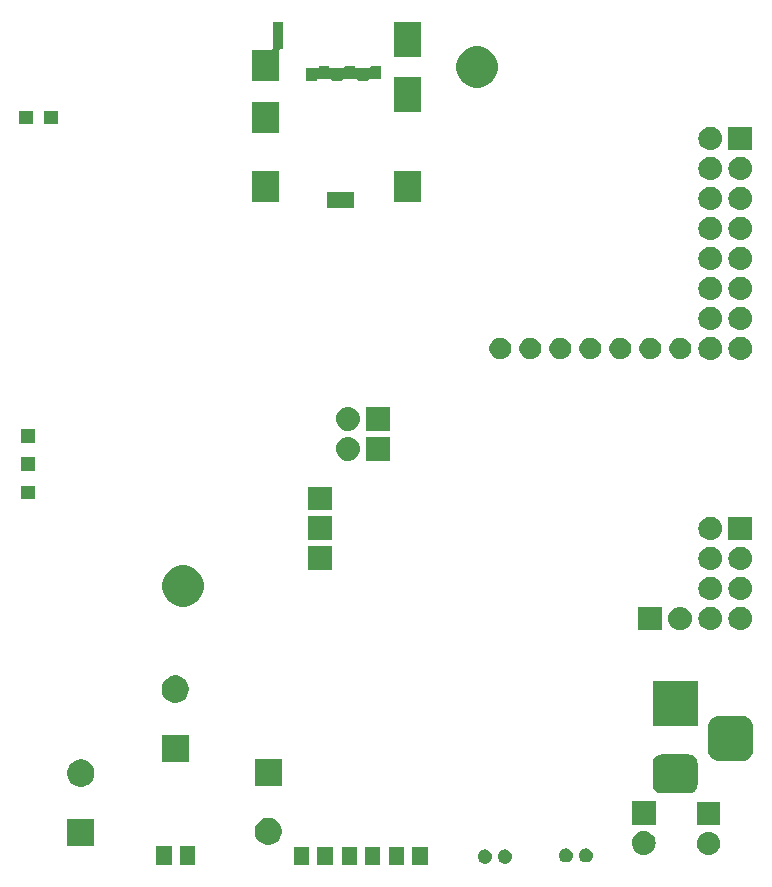
<source format=gbr>
G04 #@! TF.GenerationSoftware,KiCad,Pcbnew,5.0.2+dfsg1-1~bpo9+1*
G04 #@! TF.CreationDate,2019-03-13T07:25:58+01:00*
G04 #@! TF.ProjectId,sensenet_particlemeter,73656e73-656e-4657-945f-706172746963,1.0*
G04 #@! TF.SameCoordinates,Original*
G04 #@! TF.FileFunction,Soldermask,Bot*
G04 #@! TF.FilePolarity,Negative*
%FSLAX46Y46*%
G04 Gerber Fmt 4.6, Leading zero omitted, Abs format (unit mm)*
G04 Created by KiCad (PCBNEW 5.0.2+dfsg1-1~bpo9+1) date Wed 13 Mar 2019 07:25:58 AM CET*
%MOMM*%
%LPD*%
G01*
G04 APERTURE LIST*
%ADD10C,0.100000*%
G04 APERTURE END LIST*
D10*
G36*
X167192720Y-126007160D02*
X165892720Y-126007160D01*
X165892720Y-124457160D01*
X167192720Y-124457160D01*
X167192720Y-126007160D01*
X167192720Y-126007160D01*
G37*
G36*
X165192720Y-126007160D02*
X163892720Y-126007160D01*
X163892720Y-124457160D01*
X165192720Y-124457160D01*
X165192720Y-126007160D01*
X165192720Y-126007160D01*
G37*
G36*
X159166320Y-125981760D02*
X157866320Y-125981760D01*
X157866320Y-124431760D01*
X159166320Y-124431760D01*
X159166320Y-125981760D01*
X159166320Y-125981760D01*
G37*
G36*
X157166320Y-125981760D02*
X155866320Y-125981760D01*
X155866320Y-124431760D01*
X157166320Y-124431760D01*
X157166320Y-125981760D01*
X157166320Y-125981760D01*
G37*
G36*
X161204920Y-125981760D02*
X159904920Y-125981760D01*
X159904920Y-124431760D01*
X161204920Y-124431760D01*
X161204920Y-125981760D01*
X161204920Y-125981760D01*
G37*
G36*
X163204920Y-125981760D02*
X161904920Y-125981760D01*
X161904920Y-124431760D01*
X163204920Y-124431760D01*
X163204920Y-125981760D01*
X163204920Y-125981760D01*
G37*
G36*
X145517120Y-125956360D02*
X144217120Y-125956360D01*
X144217120Y-124406360D01*
X145517120Y-124406360D01*
X145517120Y-125956360D01*
X145517120Y-125956360D01*
G37*
G36*
X147517120Y-125956360D02*
X146217120Y-125956360D01*
X146217120Y-124406360D01*
X147517120Y-124406360D01*
X147517120Y-125956360D01*
X147517120Y-125956360D01*
G37*
G36*
X172216932Y-124680617D02*
X172326127Y-124725847D01*
X172424401Y-124791512D01*
X172507968Y-124875079D01*
X172573633Y-124973353D01*
X172618863Y-125082548D01*
X172641920Y-125198464D01*
X172641920Y-125316656D01*
X172618863Y-125432572D01*
X172573633Y-125541767D01*
X172507968Y-125640041D01*
X172424401Y-125723608D01*
X172326127Y-125789273D01*
X172216932Y-125834503D01*
X172101016Y-125857560D01*
X171982824Y-125857560D01*
X171866908Y-125834503D01*
X171757713Y-125789273D01*
X171659439Y-125723608D01*
X171575872Y-125640041D01*
X171510207Y-125541767D01*
X171464977Y-125432572D01*
X171441920Y-125316656D01*
X171441920Y-125198464D01*
X171464977Y-125082548D01*
X171510207Y-124973353D01*
X171575872Y-124875079D01*
X171659439Y-124791512D01*
X171757713Y-124725847D01*
X171866908Y-124680617D01*
X171982824Y-124657560D01*
X172101016Y-124657560D01*
X172216932Y-124680617D01*
X172216932Y-124680617D01*
G37*
G36*
X173916932Y-124680617D02*
X174026127Y-124725847D01*
X174124401Y-124791512D01*
X174207968Y-124875079D01*
X174273633Y-124973353D01*
X174318863Y-125082548D01*
X174341920Y-125198464D01*
X174341920Y-125316656D01*
X174318863Y-125432572D01*
X174273633Y-125541767D01*
X174207968Y-125640041D01*
X174124401Y-125723608D01*
X174026127Y-125789273D01*
X173916932Y-125834503D01*
X173801016Y-125857560D01*
X173682824Y-125857560D01*
X173566908Y-125834503D01*
X173457713Y-125789273D01*
X173359439Y-125723608D01*
X173275872Y-125640041D01*
X173210207Y-125541767D01*
X173164977Y-125432572D01*
X173141920Y-125316656D01*
X173141920Y-125198464D01*
X173164977Y-125082548D01*
X173210207Y-124973353D01*
X173275872Y-124875079D01*
X173359439Y-124791512D01*
X173457713Y-124725847D01*
X173566908Y-124680617D01*
X173682824Y-124657560D01*
X173801016Y-124657560D01*
X173916932Y-124680617D01*
X173916932Y-124680617D01*
G37*
G36*
X180774932Y-124588417D02*
X180884127Y-124633647D01*
X180982401Y-124699312D01*
X181065968Y-124782879D01*
X181131633Y-124881153D01*
X181176863Y-124990348D01*
X181199920Y-125106264D01*
X181199920Y-125224456D01*
X181176863Y-125340372D01*
X181131633Y-125449567D01*
X181065968Y-125547841D01*
X180982401Y-125631408D01*
X180884127Y-125697073D01*
X180774932Y-125742303D01*
X180659016Y-125765360D01*
X180540824Y-125765360D01*
X180424908Y-125742303D01*
X180315713Y-125697073D01*
X180217439Y-125631408D01*
X180133872Y-125547841D01*
X180068207Y-125449567D01*
X180022977Y-125340372D01*
X179999920Y-125224456D01*
X179999920Y-125106264D01*
X180022977Y-124990348D01*
X180068207Y-124881153D01*
X180133872Y-124782879D01*
X180217439Y-124699312D01*
X180315713Y-124633647D01*
X180424908Y-124588417D01*
X180540824Y-124565360D01*
X180659016Y-124565360D01*
X180774932Y-124588417D01*
X180774932Y-124588417D01*
G37*
G36*
X179074932Y-124588417D02*
X179184127Y-124633647D01*
X179282401Y-124699312D01*
X179365968Y-124782879D01*
X179431633Y-124881153D01*
X179476863Y-124990348D01*
X179499920Y-125106264D01*
X179499920Y-125224456D01*
X179476863Y-125340372D01*
X179431633Y-125449567D01*
X179365968Y-125547841D01*
X179282401Y-125631408D01*
X179184127Y-125697073D01*
X179074932Y-125742303D01*
X178959016Y-125765360D01*
X178840824Y-125765360D01*
X178724908Y-125742303D01*
X178615713Y-125697073D01*
X178517439Y-125631408D01*
X178433872Y-125547841D01*
X178368207Y-125449567D01*
X178322977Y-125340372D01*
X178299920Y-125224456D01*
X178299920Y-125106264D01*
X178322977Y-124990348D01*
X178368207Y-124881153D01*
X178433872Y-124782879D01*
X178517439Y-124699312D01*
X178615713Y-124633647D01*
X178724908Y-124588417D01*
X178840824Y-124565360D01*
X178959016Y-124565360D01*
X179074932Y-124588417D01*
X179074932Y-124588417D01*
G37*
G36*
X191173550Y-123179829D02*
X191173553Y-123179830D01*
X191173554Y-123179830D01*
X191362055Y-123237011D01*
X191362057Y-123237012D01*
X191535780Y-123329869D01*
X191688048Y-123454832D01*
X191813011Y-123607100D01*
X191905868Y-123780823D01*
X191963051Y-123969330D01*
X191982358Y-124165360D01*
X191963051Y-124361390D01*
X191963050Y-124361393D01*
X191963050Y-124361394D01*
X191934000Y-124457160D01*
X191905868Y-124549897D01*
X191813011Y-124723620D01*
X191688048Y-124875888D01*
X191535780Y-125000851D01*
X191382936Y-125082548D01*
X191362055Y-125093709D01*
X191173554Y-125150890D01*
X191173553Y-125150890D01*
X191173550Y-125150891D01*
X191026644Y-125165360D01*
X190928396Y-125165360D01*
X190781490Y-125150891D01*
X190781487Y-125150890D01*
X190781486Y-125150890D01*
X190592985Y-125093709D01*
X190572104Y-125082548D01*
X190419260Y-125000851D01*
X190266992Y-124875888D01*
X190142029Y-124723620D01*
X190049172Y-124549897D01*
X190021041Y-124457160D01*
X189991990Y-124361394D01*
X189991990Y-124361393D01*
X189991989Y-124361390D01*
X189972682Y-124165360D01*
X189991989Y-123969330D01*
X190049172Y-123780823D01*
X190142029Y-123607100D01*
X190266992Y-123454832D01*
X190419260Y-123329869D01*
X190592983Y-123237012D01*
X190592985Y-123237011D01*
X190781486Y-123179830D01*
X190781487Y-123179830D01*
X190781490Y-123179829D01*
X190928396Y-123165360D01*
X191026644Y-123165360D01*
X191173550Y-123179829D01*
X191173550Y-123179829D01*
G37*
G36*
X185687150Y-123129029D02*
X185687153Y-123129030D01*
X185687154Y-123129030D01*
X185875655Y-123186211D01*
X185875657Y-123186212D01*
X186049380Y-123279069D01*
X186201648Y-123404032D01*
X186326611Y-123556300D01*
X186419468Y-123730023D01*
X186476651Y-123918530D01*
X186495958Y-124114560D01*
X186476651Y-124310590D01*
X186476650Y-124310593D01*
X186476650Y-124310594D01*
X186432190Y-124457160D01*
X186419468Y-124499097D01*
X186326611Y-124672820D01*
X186201648Y-124825088D01*
X186049380Y-124950051D01*
X186049378Y-124950052D01*
X185875655Y-125042909D01*
X185687154Y-125100090D01*
X185687153Y-125100090D01*
X185687150Y-125100091D01*
X185540244Y-125114560D01*
X185441996Y-125114560D01*
X185295090Y-125100091D01*
X185295087Y-125100090D01*
X185295086Y-125100090D01*
X185106585Y-125042909D01*
X184932862Y-124950052D01*
X184932860Y-124950051D01*
X184780592Y-124825088D01*
X184655629Y-124672820D01*
X184562772Y-124499097D01*
X184550051Y-124457160D01*
X184505590Y-124310594D01*
X184505590Y-124310593D01*
X184505589Y-124310590D01*
X184486282Y-124114560D01*
X184505589Y-123918530D01*
X184562772Y-123730023D01*
X184655629Y-123556300D01*
X184780592Y-123404032D01*
X184932860Y-123279069D01*
X185106583Y-123186212D01*
X185106585Y-123186211D01*
X185295086Y-123129030D01*
X185295087Y-123129030D01*
X185295090Y-123129029D01*
X185441996Y-123114560D01*
X185540244Y-123114560D01*
X185687150Y-123129029D01*
X185687150Y-123129029D01*
G37*
G36*
X138990720Y-124350160D02*
X136690720Y-124350160D01*
X136690720Y-122050160D01*
X138990720Y-122050160D01*
X138990720Y-124350160D01*
X138990720Y-124350160D01*
G37*
G36*
X154051163Y-122014354D02*
X154260448Y-122101043D01*
X154448805Y-122226899D01*
X154608981Y-122387075D01*
X154734837Y-122575432D01*
X154821526Y-122784717D01*
X154865720Y-123006894D01*
X154865720Y-123233426D01*
X154821526Y-123455603D01*
X154734837Y-123664888D01*
X154608981Y-123853245D01*
X154448805Y-124013421D01*
X154260448Y-124139277D01*
X154051163Y-124225966D01*
X153828986Y-124270160D01*
X153602454Y-124270160D01*
X153380277Y-124225966D01*
X153170992Y-124139277D01*
X152982635Y-124013421D01*
X152822459Y-123853245D01*
X152696603Y-123664888D01*
X152609914Y-123455603D01*
X152565720Y-123233426D01*
X152565720Y-123006894D01*
X152609914Y-122784717D01*
X152696603Y-122575432D01*
X152822459Y-122387075D01*
X152982635Y-122226899D01*
X153170992Y-122101043D01*
X153380277Y-122014354D01*
X153602454Y-121970160D01*
X153828986Y-121970160D01*
X154051163Y-122014354D01*
X154051163Y-122014354D01*
G37*
G36*
X191977520Y-122625360D02*
X189977520Y-122625360D01*
X189977520Y-120625360D01*
X191977520Y-120625360D01*
X191977520Y-122625360D01*
X191977520Y-122625360D01*
G37*
G36*
X186491120Y-122574560D02*
X184491120Y-122574560D01*
X184491120Y-120574560D01*
X186491120Y-120574560D01*
X186491120Y-122574560D01*
X186491120Y-122574560D01*
G37*
G36*
X189443255Y-116640604D02*
X189586187Y-116683962D01*
X189717908Y-116754368D01*
X189833361Y-116849119D01*
X189928112Y-116964572D01*
X189998518Y-117096293D01*
X190041876Y-117239225D01*
X190057120Y-117394000D01*
X190057120Y-119156720D01*
X190041876Y-119311495D01*
X189998518Y-119454427D01*
X189928112Y-119586148D01*
X189833361Y-119701601D01*
X189717908Y-119796352D01*
X189586187Y-119866758D01*
X189443255Y-119910116D01*
X189288480Y-119925360D01*
X187025760Y-119925360D01*
X186870985Y-119910116D01*
X186728053Y-119866758D01*
X186596332Y-119796352D01*
X186480879Y-119701601D01*
X186386128Y-119586148D01*
X186315722Y-119454427D01*
X186272364Y-119311495D01*
X186257120Y-119156720D01*
X186257120Y-117394000D01*
X186272364Y-117239225D01*
X186315722Y-117096293D01*
X186386128Y-116964572D01*
X186480879Y-116849119D01*
X186596332Y-116754368D01*
X186728053Y-116683962D01*
X186870985Y-116640604D01*
X187025760Y-116625360D01*
X189288480Y-116625360D01*
X189443255Y-116640604D01*
X189443255Y-116640604D01*
G37*
G36*
X138176163Y-117094354D02*
X138385448Y-117181043D01*
X138573805Y-117306899D01*
X138733981Y-117467075D01*
X138859837Y-117655432D01*
X138946526Y-117864717D01*
X138990720Y-118086894D01*
X138990720Y-118313426D01*
X138946526Y-118535603D01*
X138859837Y-118744888D01*
X138733981Y-118933245D01*
X138573805Y-119093421D01*
X138385448Y-119219277D01*
X138176163Y-119305966D01*
X137953986Y-119350160D01*
X137727454Y-119350160D01*
X137505277Y-119305966D01*
X137295992Y-119219277D01*
X137107635Y-119093421D01*
X136947459Y-118933245D01*
X136821603Y-118744888D01*
X136734914Y-118535603D01*
X136690720Y-118313426D01*
X136690720Y-118086894D01*
X136734914Y-117864717D01*
X136821603Y-117655432D01*
X136947459Y-117467075D01*
X137107635Y-117306899D01*
X137295992Y-117181043D01*
X137505277Y-117094354D01*
X137727454Y-117050160D01*
X137953986Y-117050160D01*
X138176163Y-117094354D01*
X138176163Y-117094354D01*
G37*
G36*
X154865720Y-119270160D02*
X152565720Y-119270160D01*
X152565720Y-116970160D01*
X154865720Y-116970160D01*
X154865720Y-119270160D01*
X154865720Y-119270160D01*
G37*
G36*
X146991720Y-117238160D02*
X144691720Y-117238160D01*
X144691720Y-114938160D01*
X146991720Y-114938160D01*
X146991720Y-117238160D01*
X146991720Y-117238160D01*
G37*
G36*
X194042641Y-113393006D02*
X194209022Y-113443477D01*
X194362355Y-113525435D01*
X194496750Y-113635730D01*
X194607045Y-113770125D01*
X194689003Y-113923458D01*
X194739474Y-114089839D01*
X194757120Y-114269000D01*
X194757120Y-116281720D01*
X194739474Y-116460881D01*
X194689003Y-116627262D01*
X194607045Y-116780595D01*
X194496750Y-116914990D01*
X194362355Y-117025285D01*
X194209022Y-117107243D01*
X194042641Y-117157714D01*
X193863480Y-117175360D01*
X191850760Y-117175360D01*
X191671599Y-117157714D01*
X191505218Y-117107243D01*
X191351885Y-117025285D01*
X191217490Y-116914990D01*
X191107195Y-116780595D01*
X191025237Y-116627262D01*
X190974766Y-116460881D01*
X190957120Y-116281720D01*
X190957120Y-114269000D01*
X190974766Y-114089839D01*
X191025237Y-113923458D01*
X191107195Y-113770125D01*
X191217490Y-113635730D01*
X191351885Y-113525435D01*
X191505218Y-113443477D01*
X191671599Y-113393006D01*
X191850760Y-113375360D01*
X193863480Y-113375360D01*
X194042641Y-113393006D01*
X194042641Y-113393006D01*
G37*
G36*
X190057120Y-114175360D02*
X186257120Y-114175360D01*
X186257120Y-110375360D01*
X190057120Y-110375360D01*
X190057120Y-114175360D01*
X190057120Y-114175360D01*
G37*
G36*
X146177163Y-109982354D02*
X146386448Y-110069043D01*
X146574805Y-110194899D01*
X146734981Y-110355075D01*
X146860837Y-110543432D01*
X146947526Y-110752717D01*
X146991720Y-110974894D01*
X146991720Y-111201426D01*
X146947526Y-111423603D01*
X146860837Y-111632888D01*
X146734981Y-111821245D01*
X146574805Y-111981421D01*
X146386448Y-112107277D01*
X146177163Y-112193966D01*
X145954986Y-112238160D01*
X145728454Y-112238160D01*
X145506277Y-112193966D01*
X145296992Y-112107277D01*
X145108635Y-111981421D01*
X144948459Y-111821245D01*
X144822603Y-111632888D01*
X144735914Y-111423603D01*
X144691720Y-111201426D01*
X144691720Y-110974894D01*
X144735914Y-110752717D01*
X144822603Y-110543432D01*
X144948459Y-110355075D01*
X145108635Y-110194899D01*
X145296992Y-110069043D01*
X145506277Y-109982354D01*
X145728454Y-109938160D01*
X145954986Y-109938160D01*
X146177163Y-109982354D01*
X146177163Y-109982354D01*
G37*
G36*
X187024520Y-106115360D02*
X185024520Y-106115360D01*
X185024520Y-104115360D01*
X187024520Y-104115360D01*
X187024520Y-106115360D01*
X187024520Y-106115360D01*
G37*
G36*
X188760550Y-104129829D02*
X188760553Y-104129830D01*
X188760554Y-104129830D01*
X188949055Y-104187011D01*
X188949057Y-104187012D01*
X189122780Y-104279869D01*
X189275048Y-104404832D01*
X189400011Y-104557100D01*
X189400012Y-104557102D01*
X189492869Y-104730825D01*
X189550050Y-104919326D01*
X189550051Y-104919330D01*
X189569358Y-105115360D01*
X189550051Y-105311390D01*
X189492868Y-105499897D01*
X189400011Y-105673620D01*
X189275048Y-105825888D01*
X189122780Y-105950851D01*
X189122778Y-105950852D01*
X188949055Y-106043709D01*
X188760554Y-106100890D01*
X188760553Y-106100890D01*
X188760550Y-106100891D01*
X188613644Y-106115360D01*
X188515396Y-106115360D01*
X188368490Y-106100891D01*
X188368487Y-106100890D01*
X188368486Y-106100890D01*
X188179985Y-106043709D01*
X188006262Y-105950852D01*
X188006260Y-105950851D01*
X187853992Y-105825888D01*
X187729029Y-105673620D01*
X187636172Y-105499897D01*
X187578989Y-105311390D01*
X187559682Y-105115360D01*
X187578989Y-104919330D01*
X187578990Y-104919326D01*
X187636171Y-104730825D01*
X187729028Y-104557102D01*
X187729029Y-104557100D01*
X187853992Y-104404832D01*
X188006260Y-104279869D01*
X188179983Y-104187012D01*
X188179985Y-104187011D01*
X188368486Y-104129830D01*
X188368487Y-104129830D01*
X188368490Y-104129829D01*
X188515396Y-104115360D01*
X188613644Y-104115360D01*
X188760550Y-104129829D01*
X188760550Y-104129829D01*
G37*
G36*
X193853250Y-104117129D02*
X193853253Y-104117130D01*
X193853254Y-104117130D01*
X194041755Y-104174311D01*
X194041757Y-104174312D01*
X194215480Y-104267169D01*
X194367748Y-104392132D01*
X194492711Y-104544400D01*
X194585568Y-104718123D01*
X194642751Y-104906630D01*
X194662058Y-105102660D01*
X194642751Y-105298690D01*
X194642750Y-105298693D01*
X194642750Y-105298694D01*
X194638898Y-105311394D01*
X194585568Y-105487197D01*
X194492711Y-105660920D01*
X194367748Y-105813188D01*
X194215480Y-105938151D01*
X194215478Y-105938152D01*
X194041755Y-106031009D01*
X193853254Y-106088190D01*
X193853253Y-106088190D01*
X193853250Y-106088191D01*
X193706344Y-106102660D01*
X193608096Y-106102660D01*
X193461190Y-106088191D01*
X193461187Y-106088190D01*
X193461186Y-106088190D01*
X193272685Y-106031009D01*
X193098962Y-105938152D01*
X193098960Y-105938151D01*
X192946692Y-105813188D01*
X192821729Y-105660920D01*
X192728872Y-105487197D01*
X192675543Y-105311394D01*
X192671690Y-105298694D01*
X192671690Y-105298693D01*
X192671689Y-105298690D01*
X192652382Y-105102660D01*
X192671689Y-104906630D01*
X192728872Y-104718123D01*
X192821729Y-104544400D01*
X192946692Y-104392132D01*
X193098960Y-104267169D01*
X193272683Y-104174312D01*
X193272685Y-104174311D01*
X193461186Y-104117130D01*
X193461187Y-104117130D01*
X193461190Y-104117129D01*
X193608096Y-104102660D01*
X193706344Y-104102660D01*
X193853250Y-104117129D01*
X193853250Y-104117129D01*
G37*
G36*
X191313250Y-104117129D02*
X191313253Y-104117130D01*
X191313254Y-104117130D01*
X191501755Y-104174311D01*
X191501757Y-104174312D01*
X191675480Y-104267169D01*
X191827748Y-104392132D01*
X191952711Y-104544400D01*
X192045568Y-104718123D01*
X192102751Y-104906630D01*
X192122058Y-105102660D01*
X192102751Y-105298690D01*
X192102750Y-105298693D01*
X192102750Y-105298694D01*
X192098898Y-105311394D01*
X192045568Y-105487197D01*
X191952711Y-105660920D01*
X191827748Y-105813188D01*
X191675480Y-105938151D01*
X191675478Y-105938152D01*
X191501755Y-106031009D01*
X191313254Y-106088190D01*
X191313253Y-106088190D01*
X191313250Y-106088191D01*
X191166344Y-106102660D01*
X191068096Y-106102660D01*
X190921190Y-106088191D01*
X190921187Y-106088190D01*
X190921186Y-106088190D01*
X190732685Y-106031009D01*
X190558962Y-105938152D01*
X190558960Y-105938151D01*
X190406692Y-105813188D01*
X190281729Y-105660920D01*
X190188872Y-105487197D01*
X190135543Y-105311394D01*
X190131690Y-105298694D01*
X190131690Y-105298693D01*
X190131689Y-105298690D01*
X190112382Y-105102660D01*
X190131689Y-104906630D01*
X190188872Y-104718123D01*
X190281729Y-104544400D01*
X190406692Y-104392132D01*
X190558960Y-104267169D01*
X190732683Y-104174312D01*
X190732685Y-104174311D01*
X190921186Y-104117130D01*
X190921187Y-104117130D01*
X190921190Y-104117129D01*
X191068096Y-104102660D01*
X191166344Y-104102660D01*
X191313250Y-104117129D01*
X191313250Y-104117129D01*
G37*
G36*
X146987176Y-100689411D02*
X147305656Y-100821330D01*
X147592280Y-101012846D01*
X147836034Y-101256600D01*
X148027550Y-101543224D01*
X148159469Y-101861704D01*
X148226720Y-102199800D01*
X148226720Y-102544520D01*
X148159469Y-102882616D01*
X148027550Y-103201096D01*
X147836034Y-103487720D01*
X147592280Y-103731474D01*
X147305656Y-103922990D01*
X146987176Y-104054909D01*
X146649080Y-104122160D01*
X146304360Y-104122160D01*
X145966264Y-104054909D01*
X145647784Y-103922990D01*
X145361160Y-103731474D01*
X145117406Y-103487720D01*
X144925890Y-103201096D01*
X144793971Y-102882616D01*
X144726720Y-102544520D01*
X144726720Y-102199800D01*
X144793971Y-101861704D01*
X144925890Y-101543224D01*
X145117406Y-101256600D01*
X145361160Y-101012846D01*
X145647784Y-100821330D01*
X145966264Y-100689411D01*
X146304360Y-100622160D01*
X146649080Y-100622160D01*
X146987176Y-100689411D01*
X146987176Y-100689411D01*
G37*
G36*
X191313250Y-101577129D02*
X191313253Y-101577130D01*
X191313254Y-101577130D01*
X191501755Y-101634311D01*
X191501757Y-101634312D01*
X191675480Y-101727169D01*
X191827748Y-101852132D01*
X191952711Y-102004400D01*
X192045568Y-102178123D01*
X192102751Y-102366630D01*
X192122058Y-102562660D01*
X192102751Y-102758690D01*
X192102750Y-102758693D01*
X192102750Y-102758694D01*
X192065159Y-102882616D01*
X192045568Y-102947197D01*
X191952711Y-103120920D01*
X191827748Y-103273188D01*
X191675480Y-103398151D01*
X191675478Y-103398152D01*
X191501755Y-103491009D01*
X191313254Y-103548190D01*
X191313253Y-103548190D01*
X191313250Y-103548191D01*
X191166344Y-103562660D01*
X191068096Y-103562660D01*
X190921190Y-103548191D01*
X190921187Y-103548190D01*
X190921186Y-103548190D01*
X190732685Y-103491009D01*
X190558962Y-103398152D01*
X190558960Y-103398151D01*
X190406692Y-103273188D01*
X190281729Y-103120920D01*
X190188872Y-102947197D01*
X190169282Y-102882616D01*
X190131690Y-102758694D01*
X190131690Y-102758693D01*
X190131689Y-102758690D01*
X190112382Y-102562660D01*
X190131689Y-102366630D01*
X190188872Y-102178123D01*
X190281729Y-102004400D01*
X190406692Y-101852132D01*
X190558960Y-101727169D01*
X190732683Y-101634312D01*
X190732685Y-101634311D01*
X190921186Y-101577130D01*
X190921187Y-101577130D01*
X190921190Y-101577129D01*
X191068096Y-101562660D01*
X191166344Y-101562660D01*
X191313250Y-101577129D01*
X191313250Y-101577129D01*
G37*
G36*
X193853250Y-101577129D02*
X193853253Y-101577130D01*
X193853254Y-101577130D01*
X194041755Y-101634311D01*
X194041757Y-101634312D01*
X194215480Y-101727169D01*
X194367748Y-101852132D01*
X194492711Y-102004400D01*
X194585568Y-102178123D01*
X194642751Y-102366630D01*
X194662058Y-102562660D01*
X194642751Y-102758690D01*
X194642750Y-102758693D01*
X194642750Y-102758694D01*
X194605159Y-102882616D01*
X194585568Y-102947197D01*
X194492711Y-103120920D01*
X194367748Y-103273188D01*
X194215480Y-103398151D01*
X194215478Y-103398152D01*
X194041755Y-103491009D01*
X193853254Y-103548190D01*
X193853253Y-103548190D01*
X193853250Y-103548191D01*
X193706344Y-103562660D01*
X193608096Y-103562660D01*
X193461190Y-103548191D01*
X193461187Y-103548190D01*
X193461186Y-103548190D01*
X193272685Y-103491009D01*
X193098962Y-103398152D01*
X193098960Y-103398151D01*
X192946692Y-103273188D01*
X192821729Y-103120920D01*
X192728872Y-102947197D01*
X192709282Y-102882616D01*
X192671690Y-102758694D01*
X192671690Y-102758693D01*
X192671689Y-102758690D01*
X192652382Y-102562660D01*
X192671689Y-102366630D01*
X192728872Y-102178123D01*
X192821729Y-102004400D01*
X192946692Y-101852132D01*
X193098960Y-101727169D01*
X193272683Y-101634312D01*
X193272685Y-101634311D01*
X193461186Y-101577130D01*
X193461187Y-101577130D01*
X193461190Y-101577129D01*
X193608096Y-101562660D01*
X193706344Y-101562660D01*
X193853250Y-101577129D01*
X193853250Y-101577129D01*
G37*
G36*
X193853250Y-99037129D02*
X193853253Y-99037130D01*
X193853254Y-99037130D01*
X194041755Y-99094311D01*
X194041757Y-99094312D01*
X194215480Y-99187169D01*
X194367748Y-99312132D01*
X194492711Y-99464400D01*
X194585568Y-99638123D01*
X194642751Y-99826630D01*
X194662058Y-100022660D01*
X194642751Y-100218690D01*
X194585568Y-100407197D01*
X194492711Y-100580920D01*
X194367748Y-100733188D01*
X194215480Y-100858151D01*
X194215478Y-100858152D01*
X194041755Y-100951009D01*
X193853254Y-101008190D01*
X193853253Y-101008190D01*
X193853250Y-101008191D01*
X193706344Y-101022660D01*
X193608096Y-101022660D01*
X193461190Y-101008191D01*
X193461187Y-101008190D01*
X193461186Y-101008190D01*
X193272685Y-100951009D01*
X193098962Y-100858152D01*
X193098960Y-100858151D01*
X192946692Y-100733188D01*
X192821729Y-100580920D01*
X192728872Y-100407197D01*
X192671689Y-100218690D01*
X192652382Y-100022660D01*
X192671689Y-99826630D01*
X192728872Y-99638123D01*
X192821729Y-99464400D01*
X192946692Y-99312132D01*
X193098960Y-99187169D01*
X193272683Y-99094312D01*
X193272685Y-99094311D01*
X193461186Y-99037130D01*
X193461187Y-99037130D01*
X193461190Y-99037129D01*
X193608096Y-99022660D01*
X193706344Y-99022660D01*
X193853250Y-99037129D01*
X193853250Y-99037129D01*
G37*
G36*
X191313250Y-99037129D02*
X191313253Y-99037130D01*
X191313254Y-99037130D01*
X191501755Y-99094311D01*
X191501757Y-99094312D01*
X191675480Y-99187169D01*
X191827748Y-99312132D01*
X191952711Y-99464400D01*
X192045568Y-99638123D01*
X192102751Y-99826630D01*
X192122058Y-100022660D01*
X192102751Y-100218690D01*
X192045568Y-100407197D01*
X191952711Y-100580920D01*
X191827748Y-100733188D01*
X191675480Y-100858151D01*
X191675478Y-100858152D01*
X191501755Y-100951009D01*
X191313254Y-101008190D01*
X191313253Y-101008190D01*
X191313250Y-101008191D01*
X191166344Y-101022660D01*
X191068096Y-101022660D01*
X190921190Y-101008191D01*
X190921187Y-101008190D01*
X190921186Y-101008190D01*
X190732685Y-100951009D01*
X190558962Y-100858152D01*
X190558960Y-100858151D01*
X190406692Y-100733188D01*
X190281729Y-100580920D01*
X190188872Y-100407197D01*
X190131689Y-100218690D01*
X190112382Y-100022660D01*
X190131689Y-99826630D01*
X190188872Y-99638123D01*
X190281729Y-99464400D01*
X190406692Y-99312132D01*
X190558960Y-99187169D01*
X190732683Y-99094312D01*
X190732685Y-99094311D01*
X190921186Y-99037130D01*
X190921187Y-99037130D01*
X190921190Y-99037129D01*
X191068096Y-99022660D01*
X191166344Y-99022660D01*
X191313250Y-99037129D01*
X191313250Y-99037129D01*
G37*
G36*
X159084520Y-101009960D02*
X157084520Y-101009960D01*
X157084520Y-99009960D01*
X159084520Y-99009960D01*
X159084520Y-101009960D01*
X159084520Y-101009960D01*
G37*
G36*
X191313250Y-96497129D02*
X191313253Y-96497130D01*
X191313254Y-96497130D01*
X191501755Y-96554311D01*
X191501757Y-96554312D01*
X191675480Y-96647169D01*
X191827748Y-96772132D01*
X191952711Y-96924400D01*
X192045568Y-97098123D01*
X192102751Y-97286630D01*
X192122058Y-97482660D01*
X192102751Y-97678690D01*
X192045568Y-97867197D01*
X191952711Y-98040920D01*
X191827748Y-98193188D01*
X191675480Y-98318151D01*
X191675478Y-98318152D01*
X191501755Y-98411009D01*
X191313254Y-98468190D01*
X191313253Y-98468190D01*
X191313250Y-98468191D01*
X191166344Y-98482660D01*
X191068096Y-98482660D01*
X190921190Y-98468191D01*
X190921187Y-98468190D01*
X190921186Y-98468190D01*
X190732685Y-98411009D01*
X190558962Y-98318152D01*
X190558960Y-98318151D01*
X190406692Y-98193188D01*
X190281729Y-98040920D01*
X190188872Y-97867197D01*
X190131689Y-97678690D01*
X190112382Y-97482660D01*
X190131689Y-97286630D01*
X190188872Y-97098123D01*
X190281729Y-96924400D01*
X190406692Y-96772132D01*
X190558960Y-96647169D01*
X190732683Y-96554312D01*
X190732685Y-96554311D01*
X190921186Y-96497130D01*
X190921187Y-96497130D01*
X190921190Y-96497129D01*
X191068096Y-96482660D01*
X191166344Y-96482660D01*
X191313250Y-96497129D01*
X191313250Y-96497129D01*
G37*
G36*
X194657220Y-98482660D02*
X192657220Y-98482660D01*
X192657220Y-96482660D01*
X194657220Y-96482660D01*
X194657220Y-98482660D01*
X194657220Y-98482660D01*
G37*
G36*
X159084520Y-98469960D02*
X157084520Y-98469960D01*
X157084520Y-96469960D01*
X159084520Y-96469960D01*
X159084520Y-98469960D01*
X159084520Y-98469960D01*
G37*
G36*
X159097220Y-95942660D02*
X157097220Y-95942660D01*
X157097220Y-93942660D01*
X159097220Y-93942660D01*
X159097220Y-95942660D01*
X159097220Y-95942660D01*
G37*
G36*
X133925000Y-95012200D02*
X132775000Y-95012200D01*
X132775000Y-93862200D01*
X133925000Y-93862200D01*
X133925000Y-95012200D01*
X133925000Y-95012200D01*
G37*
G36*
X133950400Y-92599200D02*
X132800400Y-92599200D01*
X132800400Y-91449200D01*
X133950400Y-91449200D01*
X133950400Y-92599200D01*
X133950400Y-92599200D01*
G37*
G36*
X160642750Y-89766129D02*
X160642753Y-89766130D01*
X160642754Y-89766130D01*
X160831255Y-89823311D01*
X160831257Y-89823312D01*
X161004980Y-89916169D01*
X161157248Y-90041132D01*
X161282211Y-90193400D01*
X161375068Y-90367123D01*
X161432251Y-90555630D01*
X161451558Y-90751660D01*
X161432251Y-90947690D01*
X161375068Y-91136197D01*
X161282211Y-91309920D01*
X161157248Y-91462188D01*
X161004980Y-91587151D01*
X161004978Y-91587152D01*
X160831255Y-91680009D01*
X160642754Y-91737190D01*
X160642753Y-91737190D01*
X160642750Y-91737191D01*
X160495844Y-91751660D01*
X160397596Y-91751660D01*
X160250690Y-91737191D01*
X160250687Y-91737190D01*
X160250686Y-91737190D01*
X160062185Y-91680009D01*
X159888462Y-91587152D01*
X159888460Y-91587151D01*
X159736192Y-91462188D01*
X159611229Y-91309920D01*
X159518372Y-91136197D01*
X159461189Y-90947690D01*
X159441882Y-90751660D01*
X159461189Y-90555630D01*
X159518372Y-90367123D01*
X159611229Y-90193400D01*
X159736192Y-90041132D01*
X159888460Y-89916169D01*
X160062183Y-89823312D01*
X160062185Y-89823311D01*
X160250686Y-89766130D01*
X160250687Y-89766130D01*
X160250690Y-89766129D01*
X160397596Y-89751660D01*
X160495844Y-89751660D01*
X160642750Y-89766129D01*
X160642750Y-89766129D01*
G37*
G36*
X163986720Y-91751660D02*
X161986720Y-91751660D01*
X161986720Y-89751660D01*
X163986720Y-89751660D01*
X163986720Y-91751660D01*
X163986720Y-91751660D01*
G37*
G36*
X133950400Y-90237000D02*
X132800400Y-90237000D01*
X132800400Y-89087000D01*
X133950400Y-89087000D01*
X133950400Y-90237000D01*
X133950400Y-90237000D01*
G37*
G36*
X163986720Y-89211660D02*
X161986720Y-89211660D01*
X161986720Y-87211660D01*
X163986720Y-87211660D01*
X163986720Y-89211660D01*
X163986720Y-89211660D01*
G37*
G36*
X160642750Y-87226129D02*
X160642753Y-87226130D01*
X160642754Y-87226130D01*
X160831255Y-87283311D01*
X160831257Y-87283312D01*
X161004980Y-87376169D01*
X161157248Y-87501132D01*
X161282211Y-87653400D01*
X161375068Y-87827123D01*
X161432251Y-88015630D01*
X161451558Y-88211660D01*
X161432251Y-88407690D01*
X161375068Y-88596197D01*
X161282211Y-88769920D01*
X161157248Y-88922188D01*
X161004980Y-89047151D01*
X161004978Y-89047152D01*
X160831255Y-89140009D01*
X160642754Y-89197190D01*
X160642753Y-89197190D01*
X160642750Y-89197191D01*
X160495844Y-89211660D01*
X160397596Y-89211660D01*
X160250690Y-89197191D01*
X160250687Y-89197190D01*
X160250686Y-89197190D01*
X160062185Y-89140009D01*
X159888462Y-89047152D01*
X159888460Y-89047151D01*
X159736192Y-88922188D01*
X159611229Y-88769920D01*
X159518372Y-88596197D01*
X159461189Y-88407690D01*
X159441882Y-88211660D01*
X159461189Y-88015630D01*
X159518372Y-87827123D01*
X159611229Y-87653400D01*
X159736192Y-87501132D01*
X159888460Y-87376169D01*
X160062183Y-87283312D01*
X160062185Y-87283311D01*
X160250686Y-87226130D01*
X160250687Y-87226130D01*
X160250690Y-87226129D01*
X160397596Y-87211660D01*
X160495844Y-87211660D01*
X160642750Y-87226129D01*
X160642750Y-87226129D01*
G37*
G36*
X193853250Y-81257129D02*
X193853253Y-81257130D01*
X193853254Y-81257130D01*
X194041755Y-81314311D01*
X194041757Y-81314312D01*
X194215480Y-81407169D01*
X194367748Y-81532132D01*
X194492711Y-81684400D01*
X194492712Y-81684402D01*
X194585569Y-81858125D01*
X194642750Y-82046626D01*
X194642751Y-82046630D01*
X194662058Y-82242660D01*
X194642751Y-82438690D01*
X194642750Y-82438693D01*
X194642750Y-82438694D01*
X194621520Y-82508681D01*
X194585568Y-82627197D01*
X194492711Y-82800920D01*
X194367748Y-82953188D01*
X194215480Y-83078151D01*
X194215478Y-83078152D01*
X194041755Y-83171009D01*
X193853254Y-83228190D01*
X193853253Y-83228190D01*
X193853250Y-83228191D01*
X193706344Y-83242660D01*
X193608096Y-83242660D01*
X193461190Y-83228191D01*
X193461187Y-83228190D01*
X193461186Y-83228190D01*
X193272685Y-83171009D01*
X193098962Y-83078152D01*
X193098960Y-83078151D01*
X192946692Y-82953188D01*
X192821729Y-82800920D01*
X192728872Y-82627197D01*
X192692921Y-82508681D01*
X192671690Y-82438694D01*
X192671690Y-82438693D01*
X192671689Y-82438690D01*
X192652382Y-82242660D01*
X192671689Y-82046630D01*
X192671690Y-82046626D01*
X192728871Y-81858125D01*
X192821728Y-81684402D01*
X192821729Y-81684400D01*
X192946692Y-81532132D01*
X193098960Y-81407169D01*
X193272683Y-81314312D01*
X193272685Y-81314311D01*
X193461186Y-81257130D01*
X193461187Y-81257130D01*
X193461190Y-81257129D01*
X193608096Y-81242660D01*
X193706344Y-81242660D01*
X193853250Y-81257129D01*
X193853250Y-81257129D01*
G37*
G36*
X191313250Y-81257129D02*
X191313253Y-81257130D01*
X191313254Y-81257130D01*
X191501755Y-81314311D01*
X191501757Y-81314312D01*
X191675480Y-81407169D01*
X191827748Y-81532132D01*
X191952711Y-81684400D01*
X191952712Y-81684402D01*
X192045569Y-81858125D01*
X192102750Y-82046626D01*
X192102751Y-82046630D01*
X192122058Y-82242660D01*
X192102751Y-82438690D01*
X192102750Y-82438693D01*
X192102750Y-82438694D01*
X192081520Y-82508681D01*
X192045568Y-82627197D01*
X191952711Y-82800920D01*
X191827748Y-82953188D01*
X191675480Y-83078151D01*
X191675478Y-83078152D01*
X191501755Y-83171009D01*
X191313254Y-83228190D01*
X191313253Y-83228190D01*
X191313250Y-83228191D01*
X191166344Y-83242660D01*
X191068096Y-83242660D01*
X190921190Y-83228191D01*
X190921187Y-83228190D01*
X190921186Y-83228190D01*
X190732685Y-83171009D01*
X190558962Y-83078152D01*
X190558960Y-83078151D01*
X190406692Y-82953188D01*
X190281729Y-82800920D01*
X190188872Y-82627197D01*
X190152921Y-82508681D01*
X190131690Y-82438694D01*
X190131690Y-82438693D01*
X190131689Y-82438690D01*
X190112382Y-82242660D01*
X190131689Y-82046630D01*
X190131690Y-82046626D01*
X190188871Y-81858125D01*
X190281728Y-81684402D01*
X190281729Y-81684400D01*
X190406692Y-81532132D01*
X190558960Y-81407169D01*
X190732683Y-81314312D01*
X190732685Y-81314311D01*
X190921186Y-81257130D01*
X190921187Y-81257130D01*
X190921190Y-81257129D01*
X191068096Y-81242660D01*
X191166344Y-81242660D01*
X191313250Y-81257129D01*
X191313250Y-81257129D01*
G37*
G36*
X186303241Y-81365707D02*
X186469213Y-81434455D01*
X186618589Y-81534265D01*
X186745615Y-81661291D01*
X186845425Y-81810667D01*
X186914173Y-81976639D01*
X186949220Y-82152834D01*
X186949220Y-82332486D01*
X186914173Y-82508681D01*
X186845425Y-82674653D01*
X186745615Y-82824029D01*
X186618589Y-82951055D01*
X186469213Y-83050865D01*
X186303241Y-83119613D01*
X186127046Y-83154660D01*
X185947394Y-83154660D01*
X185771199Y-83119613D01*
X185605227Y-83050865D01*
X185455851Y-82951055D01*
X185328825Y-82824029D01*
X185229015Y-82674653D01*
X185160267Y-82508681D01*
X185125220Y-82332486D01*
X185125220Y-82152834D01*
X185160267Y-81976639D01*
X185229015Y-81810667D01*
X185328825Y-81661291D01*
X185455851Y-81534265D01*
X185605227Y-81434455D01*
X185771199Y-81365707D01*
X185947394Y-81330660D01*
X186127046Y-81330660D01*
X186303241Y-81365707D01*
X186303241Y-81365707D01*
G37*
G36*
X181223241Y-81365707D02*
X181389213Y-81434455D01*
X181538589Y-81534265D01*
X181665615Y-81661291D01*
X181765425Y-81810667D01*
X181834173Y-81976639D01*
X181869220Y-82152834D01*
X181869220Y-82332486D01*
X181834173Y-82508681D01*
X181765425Y-82674653D01*
X181665615Y-82824029D01*
X181538589Y-82951055D01*
X181389213Y-83050865D01*
X181223241Y-83119613D01*
X181047046Y-83154660D01*
X180867394Y-83154660D01*
X180691199Y-83119613D01*
X180525227Y-83050865D01*
X180375851Y-82951055D01*
X180248825Y-82824029D01*
X180149015Y-82674653D01*
X180080267Y-82508681D01*
X180045220Y-82332486D01*
X180045220Y-82152834D01*
X180080267Y-81976639D01*
X180149015Y-81810667D01*
X180248825Y-81661291D01*
X180375851Y-81534265D01*
X180525227Y-81434455D01*
X180691199Y-81365707D01*
X180867394Y-81330660D01*
X181047046Y-81330660D01*
X181223241Y-81365707D01*
X181223241Y-81365707D01*
G37*
G36*
X178683241Y-81365707D02*
X178849213Y-81434455D01*
X178998589Y-81534265D01*
X179125615Y-81661291D01*
X179225425Y-81810667D01*
X179294173Y-81976639D01*
X179329220Y-82152834D01*
X179329220Y-82332486D01*
X179294173Y-82508681D01*
X179225425Y-82674653D01*
X179125615Y-82824029D01*
X178998589Y-82951055D01*
X178849213Y-83050865D01*
X178683241Y-83119613D01*
X178507046Y-83154660D01*
X178327394Y-83154660D01*
X178151199Y-83119613D01*
X177985227Y-83050865D01*
X177835851Y-82951055D01*
X177708825Y-82824029D01*
X177609015Y-82674653D01*
X177540267Y-82508681D01*
X177505220Y-82332486D01*
X177505220Y-82152834D01*
X177540267Y-81976639D01*
X177609015Y-81810667D01*
X177708825Y-81661291D01*
X177835851Y-81534265D01*
X177985227Y-81434455D01*
X178151199Y-81365707D01*
X178327394Y-81330660D01*
X178507046Y-81330660D01*
X178683241Y-81365707D01*
X178683241Y-81365707D01*
G37*
G36*
X183763241Y-81365707D02*
X183929213Y-81434455D01*
X184078589Y-81534265D01*
X184205615Y-81661291D01*
X184305425Y-81810667D01*
X184374173Y-81976639D01*
X184409220Y-82152834D01*
X184409220Y-82332486D01*
X184374173Y-82508681D01*
X184305425Y-82674653D01*
X184205615Y-82824029D01*
X184078589Y-82951055D01*
X183929213Y-83050865D01*
X183763241Y-83119613D01*
X183587046Y-83154660D01*
X183407394Y-83154660D01*
X183231199Y-83119613D01*
X183065227Y-83050865D01*
X182915851Y-82951055D01*
X182788825Y-82824029D01*
X182689015Y-82674653D01*
X182620267Y-82508681D01*
X182585220Y-82332486D01*
X182585220Y-82152834D01*
X182620267Y-81976639D01*
X182689015Y-81810667D01*
X182788825Y-81661291D01*
X182915851Y-81534265D01*
X183065227Y-81434455D01*
X183231199Y-81365707D01*
X183407394Y-81330660D01*
X183587046Y-81330660D01*
X183763241Y-81365707D01*
X183763241Y-81365707D01*
G37*
G36*
X176143241Y-81365707D02*
X176309213Y-81434455D01*
X176458589Y-81534265D01*
X176585615Y-81661291D01*
X176685425Y-81810667D01*
X176754173Y-81976639D01*
X176789220Y-82152834D01*
X176789220Y-82332486D01*
X176754173Y-82508681D01*
X176685425Y-82674653D01*
X176585615Y-82824029D01*
X176458589Y-82951055D01*
X176309213Y-83050865D01*
X176143241Y-83119613D01*
X175967046Y-83154660D01*
X175787394Y-83154660D01*
X175611199Y-83119613D01*
X175445227Y-83050865D01*
X175295851Y-82951055D01*
X175168825Y-82824029D01*
X175069015Y-82674653D01*
X175000267Y-82508681D01*
X174965220Y-82332486D01*
X174965220Y-82152834D01*
X175000267Y-81976639D01*
X175069015Y-81810667D01*
X175168825Y-81661291D01*
X175295851Y-81534265D01*
X175445227Y-81434455D01*
X175611199Y-81365707D01*
X175787394Y-81330660D01*
X175967046Y-81330660D01*
X176143241Y-81365707D01*
X176143241Y-81365707D01*
G37*
G36*
X188843241Y-81365707D02*
X189009213Y-81434455D01*
X189158589Y-81534265D01*
X189285615Y-81661291D01*
X189385425Y-81810667D01*
X189454173Y-81976639D01*
X189489220Y-82152834D01*
X189489220Y-82332486D01*
X189454173Y-82508681D01*
X189385425Y-82674653D01*
X189285615Y-82824029D01*
X189158589Y-82951055D01*
X189009213Y-83050865D01*
X188843241Y-83119613D01*
X188667046Y-83154660D01*
X188487394Y-83154660D01*
X188311199Y-83119613D01*
X188145227Y-83050865D01*
X187995851Y-82951055D01*
X187868825Y-82824029D01*
X187769015Y-82674653D01*
X187700267Y-82508681D01*
X187665220Y-82332486D01*
X187665220Y-82152834D01*
X187700267Y-81976639D01*
X187769015Y-81810667D01*
X187868825Y-81661291D01*
X187995851Y-81534265D01*
X188145227Y-81434455D01*
X188311199Y-81365707D01*
X188487394Y-81330660D01*
X188667046Y-81330660D01*
X188843241Y-81365707D01*
X188843241Y-81365707D01*
G37*
G36*
X173603241Y-81365707D02*
X173769213Y-81434455D01*
X173918589Y-81534265D01*
X174045615Y-81661291D01*
X174145425Y-81810667D01*
X174214173Y-81976639D01*
X174249220Y-82152834D01*
X174249220Y-82332486D01*
X174214173Y-82508681D01*
X174145425Y-82674653D01*
X174045615Y-82824029D01*
X173918589Y-82951055D01*
X173769213Y-83050865D01*
X173603241Y-83119613D01*
X173427046Y-83154660D01*
X173247394Y-83154660D01*
X173071199Y-83119613D01*
X172905227Y-83050865D01*
X172755851Y-82951055D01*
X172628825Y-82824029D01*
X172529015Y-82674653D01*
X172460267Y-82508681D01*
X172425220Y-82332486D01*
X172425220Y-82152834D01*
X172460267Y-81976639D01*
X172529015Y-81810667D01*
X172628825Y-81661291D01*
X172755851Y-81534265D01*
X172905227Y-81434455D01*
X173071199Y-81365707D01*
X173247394Y-81330660D01*
X173427046Y-81330660D01*
X173603241Y-81365707D01*
X173603241Y-81365707D01*
G37*
G36*
X193853250Y-78717129D02*
X193853253Y-78717130D01*
X193853254Y-78717130D01*
X194041755Y-78774311D01*
X194041757Y-78774312D01*
X194215480Y-78867169D01*
X194367748Y-78992132D01*
X194492711Y-79144400D01*
X194585568Y-79318123D01*
X194642751Y-79506630D01*
X194662058Y-79702660D01*
X194642751Y-79898690D01*
X194585568Y-80087197D01*
X194492711Y-80260920D01*
X194367748Y-80413188D01*
X194215480Y-80538151D01*
X194215478Y-80538152D01*
X194041755Y-80631009D01*
X193853254Y-80688190D01*
X193853253Y-80688190D01*
X193853250Y-80688191D01*
X193706344Y-80702660D01*
X193608096Y-80702660D01*
X193461190Y-80688191D01*
X193461187Y-80688190D01*
X193461186Y-80688190D01*
X193272685Y-80631009D01*
X193098962Y-80538152D01*
X193098960Y-80538151D01*
X192946692Y-80413188D01*
X192821729Y-80260920D01*
X192728872Y-80087197D01*
X192671689Y-79898690D01*
X192652382Y-79702660D01*
X192671689Y-79506630D01*
X192728872Y-79318123D01*
X192821729Y-79144400D01*
X192946692Y-78992132D01*
X193098960Y-78867169D01*
X193272683Y-78774312D01*
X193272685Y-78774311D01*
X193461186Y-78717130D01*
X193461187Y-78717130D01*
X193461190Y-78717129D01*
X193608096Y-78702660D01*
X193706344Y-78702660D01*
X193853250Y-78717129D01*
X193853250Y-78717129D01*
G37*
G36*
X191313250Y-78717129D02*
X191313253Y-78717130D01*
X191313254Y-78717130D01*
X191501755Y-78774311D01*
X191501757Y-78774312D01*
X191675480Y-78867169D01*
X191827748Y-78992132D01*
X191952711Y-79144400D01*
X192045568Y-79318123D01*
X192102751Y-79506630D01*
X192122058Y-79702660D01*
X192102751Y-79898690D01*
X192045568Y-80087197D01*
X191952711Y-80260920D01*
X191827748Y-80413188D01*
X191675480Y-80538151D01*
X191675478Y-80538152D01*
X191501755Y-80631009D01*
X191313254Y-80688190D01*
X191313253Y-80688190D01*
X191313250Y-80688191D01*
X191166344Y-80702660D01*
X191068096Y-80702660D01*
X190921190Y-80688191D01*
X190921187Y-80688190D01*
X190921186Y-80688190D01*
X190732685Y-80631009D01*
X190558962Y-80538152D01*
X190558960Y-80538151D01*
X190406692Y-80413188D01*
X190281729Y-80260920D01*
X190188872Y-80087197D01*
X190131689Y-79898690D01*
X190112382Y-79702660D01*
X190131689Y-79506630D01*
X190188872Y-79318123D01*
X190281729Y-79144400D01*
X190406692Y-78992132D01*
X190558960Y-78867169D01*
X190732683Y-78774312D01*
X190732685Y-78774311D01*
X190921186Y-78717130D01*
X190921187Y-78717130D01*
X190921190Y-78717129D01*
X191068096Y-78702660D01*
X191166344Y-78702660D01*
X191313250Y-78717129D01*
X191313250Y-78717129D01*
G37*
G36*
X193853250Y-76177129D02*
X193853253Y-76177130D01*
X193853254Y-76177130D01*
X194041755Y-76234311D01*
X194041757Y-76234312D01*
X194215480Y-76327169D01*
X194367748Y-76452132D01*
X194492711Y-76604400D01*
X194585568Y-76778123D01*
X194642751Y-76966630D01*
X194662058Y-77162660D01*
X194642751Y-77358690D01*
X194585568Y-77547197D01*
X194492711Y-77720920D01*
X194367748Y-77873188D01*
X194215480Y-77998151D01*
X194215478Y-77998152D01*
X194041755Y-78091009D01*
X193853254Y-78148190D01*
X193853253Y-78148190D01*
X193853250Y-78148191D01*
X193706344Y-78162660D01*
X193608096Y-78162660D01*
X193461190Y-78148191D01*
X193461187Y-78148190D01*
X193461186Y-78148190D01*
X193272685Y-78091009D01*
X193098962Y-77998152D01*
X193098960Y-77998151D01*
X192946692Y-77873188D01*
X192821729Y-77720920D01*
X192728872Y-77547197D01*
X192671689Y-77358690D01*
X192652382Y-77162660D01*
X192671689Y-76966630D01*
X192728872Y-76778123D01*
X192821729Y-76604400D01*
X192946692Y-76452132D01*
X193098960Y-76327169D01*
X193272683Y-76234312D01*
X193272685Y-76234311D01*
X193461186Y-76177130D01*
X193461187Y-76177130D01*
X193461190Y-76177129D01*
X193608096Y-76162660D01*
X193706344Y-76162660D01*
X193853250Y-76177129D01*
X193853250Y-76177129D01*
G37*
G36*
X191313250Y-76177129D02*
X191313253Y-76177130D01*
X191313254Y-76177130D01*
X191501755Y-76234311D01*
X191501757Y-76234312D01*
X191675480Y-76327169D01*
X191827748Y-76452132D01*
X191952711Y-76604400D01*
X192045568Y-76778123D01*
X192102751Y-76966630D01*
X192122058Y-77162660D01*
X192102751Y-77358690D01*
X192045568Y-77547197D01*
X191952711Y-77720920D01*
X191827748Y-77873188D01*
X191675480Y-77998151D01*
X191675478Y-77998152D01*
X191501755Y-78091009D01*
X191313254Y-78148190D01*
X191313253Y-78148190D01*
X191313250Y-78148191D01*
X191166344Y-78162660D01*
X191068096Y-78162660D01*
X190921190Y-78148191D01*
X190921187Y-78148190D01*
X190921186Y-78148190D01*
X190732685Y-78091009D01*
X190558962Y-77998152D01*
X190558960Y-77998151D01*
X190406692Y-77873188D01*
X190281729Y-77720920D01*
X190188872Y-77547197D01*
X190131689Y-77358690D01*
X190112382Y-77162660D01*
X190131689Y-76966630D01*
X190188872Y-76778123D01*
X190281729Y-76604400D01*
X190406692Y-76452132D01*
X190558960Y-76327169D01*
X190732683Y-76234312D01*
X190732685Y-76234311D01*
X190921186Y-76177130D01*
X190921187Y-76177130D01*
X190921190Y-76177129D01*
X191068096Y-76162660D01*
X191166344Y-76162660D01*
X191313250Y-76177129D01*
X191313250Y-76177129D01*
G37*
G36*
X191313250Y-73637129D02*
X191313253Y-73637130D01*
X191313254Y-73637130D01*
X191501755Y-73694311D01*
X191501757Y-73694312D01*
X191675480Y-73787169D01*
X191827748Y-73912132D01*
X191952711Y-74064400D01*
X192045568Y-74238123D01*
X192102751Y-74426630D01*
X192122058Y-74622660D01*
X192102751Y-74818690D01*
X192045568Y-75007197D01*
X191952711Y-75180920D01*
X191827748Y-75333188D01*
X191675480Y-75458151D01*
X191675478Y-75458152D01*
X191501755Y-75551009D01*
X191313254Y-75608190D01*
X191313253Y-75608190D01*
X191313250Y-75608191D01*
X191166344Y-75622660D01*
X191068096Y-75622660D01*
X190921190Y-75608191D01*
X190921187Y-75608190D01*
X190921186Y-75608190D01*
X190732685Y-75551009D01*
X190558962Y-75458152D01*
X190558960Y-75458151D01*
X190406692Y-75333188D01*
X190281729Y-75180920D01*
X190188872Y-75007197D01*
X190131689Y-74818690D01*
X190112382Y-74622660D01*
X190131689Y-74426630D01*
X190188872Y-74238123D01*
X190281729Y-74064400D01*
X190406692Y-73912132D01*
X190558960Y-73787169D01*
X190732683Y-73694312D01*
X190732685Y-73694311D01*
X190921186Y-73637130D01*
X190921187Y-73637130D01*
X190921190Y-73637129D01*
X191068096Y-73622660D01*
X191166344Y-73622660D01*
X191313250Y-73637129D01*
X191313250Y-73637129D01*
G37*
G36*
X193853250Y-73637129D02*
X193853253Y-73637130D01*
X193853254Y-73637130D01*
X194041755Y-73694311D01*
X194041757Y-73694312D01*
X194215480Y-73787169D01*
X194367748Y-73912132D01*
X194492711Y-74064400D01*
X194585568Y-74238123D01*
X194642751Y-74426630D01*
X194662058Y-74622660D01*
X194642751Y-74818690D01*
X194585568Y-75007197D01*
X194492711Y-75180920D01*
X194367748Y-75333188D01*
X194215480Y-75458151D01*
X194215478Y-75458152D01*
X194041755Y-75551009D01*
X193853254Y-75608190D01*
X193853253Y-75608190D01*
X193853250Y-75608191D01*
X193706344Y-75622660D01*
X193608096Y-75622660D01*
X193461190Y-75608191D01*
X193461187Y-75608190D01*
X193461186Y-75608190D01*
X193272685Y-75551009D01*
X193098962Y-75458152D01*
X193098960Y-75458151D01*
X192946692Y-75333188D01*
X192821729Y-75180920D01*
X192728872Y-75007197D01*
X192671689Y-74818690D01*
X192652382Y-74622660D01*
X192671689Y-74426630D01*
X192728872Y-74238123D01*
X192821729Y-74064400D01*
X192946692Y-73912132D01*
X193098960Y-73787169D01*
X193272683Y-73694312D01*
X193272685Y-73694311D01*
X193461186Y-73637130D01*
X193461187Y-73637130D01*
X193461190Y-73637129D01*
X193608096Y-73622660D01*
X193706344Y-73622660D01*
X193853250Y-73637129D01*
X193853250Y-73637129D01*
G37*
G36*
X191313250Y-71097129D02*
X191313253Y-71097130D01*
X191313254Y-71097130D01*
X191501755Y-71154311D01*
X191501757Y-71154312D01*
X191675480Y-71247169D01*
X191827748Y-71372132D01*
X191952711Y-71524400D01*
X192045568Y-71698123D01*
X192102751Y-71886630D01*
X192122058Y-72082660D01*
X192102751Y-72278690D01*
X192045568Y-72467197D01*
X191952711Y-72640920D01*
X191827748Y-72793188D01*
X191675480Y-72918151D01*
X191675478Y-72918152D01*
X191501755Y-73011009D01*
X191313254Y-73068190D01*
X191313253Y-73068190D01*
X191313250Y-73068191D01*
X191166344Y-73082660D01*
X191068096Y-73082660D01*
X190921190Y-73068191D01*
X190921187Y-73068190D01*
X190921186Y-73068190D01*
X190732685Y-73011009D01*
X190558962Y-72918152D01*
X190558960Y-72918151D01*
X190406692Y-72793188D01*
X190281729Y-72640920D01*
X190188872Y-72467197D01*
X190131689Y-72278690D01*
X190112382Y-72082660D01*
X190131689Y-71886630D01*
X190188872Y-71698123D01*
X190281729Y-71524400D01*
X190406692Y-71372132D01*
X190558960Y-71247169D01*
X190732683Y-71154312D01*
X190732685Y-71154311D01*
X190921186Y-71097130D01*
X190921187Y-71097130D01*
X190921190Y-71097129D01*
X191068096Y-71082660D01*
X191166344Y-71082660D01*
X191313250Y-71097129D01*
X191313250Y-71097129D01*
G37*
G36*
X193853250Y-71097129D02*
X193853253Y-71097130D01*
X193853254Y-71097130D01*
X194041755Y-71154311D01*
X194041757Y-71154312D01*
X194215480Y-71247169D01*
X194367748Y-71372132D01*
X194492711Y-71524400D01*
X194585568Y-71698123D01*
X194642751Y-71886630D01*
X194662058Y-72082660D01*
X194642751Y-72278690D01*
X194585568Y-72467197D01*
X194492711Y-72640920D01*
X194367748Y-72793188D01*
X194215480Y-72918151D01*
X194215478Y-72918152D01*
X194041755Y-73011009D01*
X193853254Y-73068190D01*
X193853253Y-73068190D01*
X193853250Y-73068191D01*
X193706344Y-73082660D01*
X193608096Y-73082660D01*
X193461190Y-73068191D01*
X193461187Y-73068190D01*
X193461186Y-73068190D01*
X193272685Y-73011009D01*
X193098962Y-72918152D01*
X193098960Y-72918151D01*
X192946692Y-72793188D01*
X192821729Y-72640920D01*
X192728872Y-72467197D01*
X192671689Y-72278690D01*
X192652382Y-72082660D01*
X192671689Y-71886630D01*
X192728872Y-71698123D01*
X192821729Y-71524400D01*
X192946692Y-71372132D01*
X193098960Y-71247169D01*
X193272683Y-71154312D01*
X193272685Y-71154311D01*
X193461186Y-71097130D01*
X193461187Y-71097130D01*
X193461190Y-71097129D01*
X193608096Y-71082660D01*
X193706344Y-71082660D01*
X193853250Y-71097129D01*
X193853250Y-71097129D01*
G37*
G36*
X191313250Y-68557129D02*
X191313253Y-68557130D01*
X191313254Y-68557130D01*
X191501755Y-68614311D01*
X191501757Y-68614312D01*
X191675480Y-68707169D01*
X191827748Y-68832132D01*
X191952711Y-68984400D01*
X192045568Y-69158123D01*
X192102751Y-69346630D01*
X192122058Y-69542660D01*
X192102751Y-69738690D01*
X192045568Y-69927197D01*
X191952711Y-70100920D01*
X191827748Y-70253188D01*
X191675480Y-70378151D01*
X191675478Y-70378152D01*
X191501755Y-70471009D01*
X191313254Y-70528190D01*
X191313253Y-70528190D01*
X191313250Y-70528191D01*
X191166344Y-70542660D01*
X191068096Y-70542660D01*
X190921190Y-70528191D01*
X190921187Y-70528190D01*
X190921186Y-70528190D01*
X190732685Y-70471009D01*
X190558962Y-70378152D01*
X190558960Y-70378151D01*
X190406692Y-70253188D01*
X190281729Y-70100920D01*
X190188872Y-69927197D01*
X190131689Y-69738690D01*
X190112382Y-69542660D01*
X190131689Y-69346630D01*
X190188872Y-69158123D01*
X190281729Y-68984400D01*
X190406692Y-68832132D01*
X190558960Y-68707169D01*
X190732683Y-68614312D01*
X190732685Y-68614311D01*
X190921186Y-68557130D01*
X190921187Y-68557130D01*
X190921190Y-68557129D01*
X191068096Y-68542660D01*
X191166344Y-68542660D01*
X191313250Y-68557129D01*
X191313250Y-68557129D01*
G37*
G36*
X193853250Y-68557129D02*
X193853253Y-68557130D01*
X193853254Y-68557130D01*
X194041755Y-68614311D01*
X194041757Y-68614312D01*
X194215480Y-68707169D01*
X194367748Y-68832132D01*
X194492711Y-68984400D01*
X194585568Y-69158123D01*
X194642751Y-69346630D01*
X194662058Y-69542660D01*
X194642751Y-69738690D01*
X194585568Y-69927197D01*
X194492711Y-70100920D01*
X194367748Y-70253188D01*
X194215480Y-70378151D01*
X194215478Y-70378152D01*
X194041755Y-70471009D01*
X193853254Y-70528190D01*
X193853253Y-70528190D01*
X193853250Y-70528191D01*
X193706344Y-70542660D01*
X193608096Y-70542660D01*
X193461190Y-70528191D01*
X193461187Y-70528190D01*
X193461186Y-70528190D01*
X193272685Y-70471009D01*
X193098962Y-70378152D01*
X193098960Y-70378151D01*
X192946692Y-70253188D01*
X192821729Y-70100920D01*
X192728872Y-69927197D01*
X192671689Y-69738690D01*
X192652382Y-69542660D01*
X192671689Y-69346630D01*
X192728872Y-69158123D01*
X192821729Y-68984400D01*
X192946692Y-68832132D01*
X193098960Y-68707169D01*
X193272683Y-68614312D01*
X193272685Y-68614311D01*
X193461186Y-68557130D01*
X193461187Y-68557130D01*
X193461190Y-68557129D01*
X193608096Y-68542660D01*
X193706344Y-68542660D01*
X193853250Y-68557129D01*
X193853250Y-68557129D01*
G37*
G36*
X160961520Y-70337960D02*
X158661520Y-70337960D01*
X158661520Y-69037960D01*
X160961520Y-69037960D01*
X160961520Y-70337960D01*
X160961520Y-70337960D01*
G37*
G36*
X154631520Y-69837960D02*
X152331520Y-69837960D01*
X152331520Y-67237960D01*
X154631520Y-67237960D01*
X154631520Y-69837960D01*
X154631520Y-69837960D01*
G37*
G36*
X166631520Y-69837960D02*
X164331520Y-69837960D01*
X164331520Y-67237960D01*
X166631520Y-67237960D01*
X166631520Y-69837960D01*
X166631520Y-69837960D01*
G37*
G36*
X193853250Y-66017129D02*
X193853253Y-66017130D01*
X193853254Y-66017130D01*
X194041755Y-66074311D01*
X194041757Y-66074312D01*
X194215480Y-66167169D01*
X194367748Y-66292132D01*
X194492711Y-66444400D01*
X194585568Y-66618123D01*
X194642751Y-66806630D01*
X194662058Y-67002660D01*
X194642751Y-67198690D01*
X194585568Y-67387197D01*
X194492711Y-67560920D01*
X194367748Y-67713188D01*
X194215480Y-67838151D01*
X194215478Y-67838152D01*
X194041755Y-67931009D01*
X193853254Y-67988190D01*
X193853253Y-67988190D01*
X193853250Y-67988191D01*
X193706344Y-68002660D01*
X193608096Y-68002660D01*
X193461190Y-67988191D01*
X193461187Y-67988190D01*
X193461186Y-67988190D01*
X193272685Y-67931009D01*
X193098962Y-67838152D01*
X193098960Y-67838151D01*
X192946692Y-67713188D01*
X192821729Y-67560920D01*
X192728872Y-67387197D01*
X192671689Y-67198690D01*
X192652382Y-67002660D01*
X192671689Y-66806630D01*
X192728872Y-66618123D01*
X192821729Y-66444400D01*
X192946692Y-66292132D01*
X193098960Y-66167169D01*
X193272683Y-66074312D01*
X193272685Y-66074311D01*
X193461186Y-66017130D01*
X193461187Y-66017130D01*
X193461190Y-66017129D01*
X193608096Y-66002660D01*
X193706344Y-66002660D01*
X193853250Y-66017129D01*
X193853250Y-66017129D01*
G37*
G36*
X191313250Y-66017129D02*
X191313253Y-66017130D01*
X191313254Y-66017130D01*
X191501755Y-66074311D01*
X191501757Y-66074312D01*
X191675480Y-66167169D01*
X191827748Y-66292132D01*
X191952711Y-66444400D01*
X192045568Y-66618123D01*
X192102751Y-66806630D01*
X192122058Y-67002660D01*
X192102751Y-67198690D01*
X192045568Y-67387197D01*
X191952711Y-67560920D01*
X191827748Y-67713188D01*
X191675480Y-67838151D01*
X191675478Y-67838152D01*
X191501755Y-67931009D01*
X191313254Y-67988190D01*
X191313253Y-67988190D01*
X191313250Y-67988191D01*
X191166344Y-68002660D01*
X191068096Y-68002660D01*
X190921190Y-67988191D01*
X190921187Y-67988190D01*
X190921186Y-67988190D01*
X190732685Y-67931009D01*
X190558962Y-67838152D01*
X190558960Y-67838151D01*
X190406692Y-67713188D01*
X190281729Y-67560920D01*
X190188872Y-67387197D01*
X190131689Y-67198690D01*
X190112382Y-67002660D01*
X190131689Y-66806630D01*
X190188872Y-66618123D01*
X190281729Y-66444400D01*
X190406692Y-66292132D01*
X190558960Y-66167169D01*
X190732683Y-66074312D01*
X190732685Y-66074311D01*
X190921186Y-66017130D01*
X190921187Y-66017130D01*
X190921190Y-66017129D01*
X191068096Y-66002660D01*
X191166344Y-66002660D01*
X191313250Y-66017129D01*
X191313250Y-66017129D01*
G37*
G36*
X194657220Y-65462660D02*
X192657220Y-65462660D01*
X192657220Y-63462660D01*
X194657220Y-63462660D01*
X194657220Y-65462660D01*
X194657220Y-65462660D01*
G37*
G36*
X191313250Y-63477129D02*
X191313253Y-63477130D01*
X191313254Y-63477130D01*
X191501755Y-63534311D01*
X191501757Y-63534312D01*
X191675480Y-63627169D01*
X191827748Y-63752132D01*
X191952711Y-63904400D01*
X192045568Y-64078123D01*
X192102751Y-64266630D01*
X192122058Y-64462660D01*
X192102751Y-64658690D01*
X192045568Y-64847197D01*
X191952711Y-65020920D01*
X191827748Y-65173188D01*
X191675480Y-65298151D01*
X191675478Y-65298152D01*
X191501755Y-65391009D01*
X191313254Y-65448190D01*
X191313253Y-65448190D01*
X191313250Y-65448191D01*
X191166344Y-65462660D01*
X191068096Y-65462660D01*
X190921190Y-65448191D01*
X190921187Y-65448190D01*
X190921186Y-65448190D01*
X190732685Y-65391009D01*
X190558962Y-65298152D01*
X190558960Y-65298151D01*
X190406692Y-65173188D01*
X190281729Y-65020920D01*
X190188872Y-64847197D01*
X190131689Y-64658690D01*
X190112382Y-64462660D01*
X190131689Y-64266630D01*
X190188872Y-64078123D01*
X190281729Y-63904400D01*
X190406692Y-63752132D01*
X190558960Y-63627169D01*
X190732683Y-63534312D01*
X190732685Y-63534311D01*
X190921186Y-63477130D01*
X190921187Y-63477130D01*
X190921190Y-63477129D01*
X191068096Y-63462660D01*
X191166344Y-63462660D01*
X191313250Y-63477129D01*
X191313250Y-63477129D01*
G37*
G36*
X154631520Y-63987960D02*
X152331520Y-63987960D01*
X152331520Y-61387960D01*
X154631520Y-61387960D01*
X154631520Y-63987960D01*
X154631520Y-63987960D01*
G37*
G36*
X133747200Y-63262200D02*
X132597200Y-63262200D01*
X132597200Y-62112200D01*
X133747200Y-62112200D01*
X133747200Y-63262200D01*
X133747200Y-63262200D01*
G37*
G36*
X135906200Y-63262200D02*
X134756200Y-63262200D01*
X134756200Y-62112200D01*
X135906200Y-62112200D01*
X135906200Y-63262200D01*
X135906200Y-63262200D01*
G37*
G36*
X166631520Y-62267960D02*
X164331520Y-62267960D01*
X164331520Y-59267960D01*
X166631520Y-59267960D01*
X166631520Y-62267960D01*
X166631520Y-62267960D01*
G37*
G36*
X171879176Y-56747411D02*
X172197656Y-56879330D01*
X172484280Y-57070846D01*
X172728034Y-57314600D01*
X172919550Y-57601224D01*
X173051469Y-57919704D01*
X173118720Y-58257800D01*
X173118720Y-58602520D01*
X173051469Y-58940616D01*
X172919550Y-59259096D01*
X172728034Y-59545720D01*
X172484280Y-59789474D01*
X172197656Y-59980990D01*
X171879176Y-60112909D01*
X171541080Y-60180160D01*
X171196360Y-60180160D01*
X170858264Y-60112909D01*
X170539784Y-59980990D01*
X170253160Y-59789474D01*
X170009406Y-59545720D01*
X169817890Y-59259096D01*
X169685971Y-58940616D01*
X169618720Y-58602520D01*
X169618720Y-58257800D01*
X169685971Y-57919704D01*
X169817890Y-57601224D01*
X170009406Y-57314600D01*
X170253160Y-57070846D01*
X170539784Y-56879330D01*
X170858264Y-56747411D01*
X171196360Y-56680160D01*
X171541080Y-56680160D01*
X171879176Y-56747411D01*
X171879176Y-56747411D01*
G37*
G36*
X158876520Y-58412960D02*
X158878922Y-58437346D01*
X158886035Y-58460795D01*
X158897586Y-58482406D01*
X158913132Y-58501348D01*
X158932074Y-58516894D01*
X158953685Y-58528445D01*
X158977134Y-58535558D01*
X159001520Y-58537960D01*
X160036520Y-58537960D01*
X160060906Y-58535558D01*
X160084355Y-58528445D01*
X160105966Y-58516894D01*
X160124908Y-58501348D01*
X160140454Y-58482406D01*
X160152005Y-58460795D01*
X160159118Y-58437346D01*
X160161520Y-58412960D01*
X160161520Y-58337960D01*
X161061520Y-58337960D01*
X161061520Y-58412960D01*
X161063922Y-58437346D01*
X161071035Y-58460795D01*
X161082586Y-58482406D01*
X161098132Y-58501348D01*
X161117074Y-58516894D01*
X161138685Y-58528445D01*
X161162134Y-58535558D01*
X161186520Y-58537960D01*
X162236520Y-58537960D01*
X162260906Y-58535558D01*
X162284355Y-58528445D01*
X162305966Y-58516894D01*
X162324908Y-58501348D01*
X162340454Y-58482406D01*
X162352005Y-58460795D01*
X162359118Y-58437346D01*
X162361520Y-58412960D01*
X162361520Y-58337960D01*
X163261520Y-58337960D01*
X163261520Y-59437960D01*
X162286520Y-59437960D01*
X162262134Y-59440362D01*
X162238685Y-59447475D01*
X162217074Y-59459026D01*
X162198132Y-59474572D01*
X162182586Y-59493514D01*
X162171035Y-59515125D01*
X162163922Y-59538574D01*
X162161520Y-59562960D01*
X162161520Y-59637960D01*
X161261520Y-59637960D01*
X161261520Y-59562960D01*
X161259118Y-59538574D01*
X161252005Y-59515125D01*
X161240454Y-59493514D01*
X161224908Y-59474572D01*
X161205966Y-59459026D01*
X161184355Y-59447475D01*
X161160906Y-59440362D01*
X161136520Y-59437960D01*
X160086520Y-59437960D01*
X160062134Y-59440362D01*
X160038685Y-59447475D01*
X160017074Y-59459026D01*
X159998132Y-59474572D01*
X159982586Y-59493514D01*
X159971035Y-59515125D01*
X159963922Y-59538574D01*
X159961520Y-59562960D01*
X159961520Y-59637960D01*
X159061520Y-59637960D01*
X159061520Y-59562960D01*
X159059118Y-59538574D01*
X159052005Y-59515125D01*
X159040454Y-59493514D01*
X159024908Y-59474572D01*
X159005966Y-59459026D01*
X158984355Y-59447475D01*
X158960906Y-59440362D01*
X158936520Y-59437960D01*
X157946520Y-59437960D01*
X157922134Y-59440362D01*
X157898685Y-59447475D01*
X157877074Y-59459026D01*
X157858132Y-59474572D01*
X157842586Y-59493514D01*
X157831035Y-59515125D01*
X157823922Y-59538574D01*
X157821520Y-59562960D01*
X157821520Y-59637960D01*
X156921520Y-59637960D01*
X156921520Y-58537960D01*
X157851520Y-58537960D01*
X157875906Y-58535558D01*
X157899355Y-58528445D01*
X157920966Y-58516894D01*
X157939908Y-58501348D01*
X157955454Y-58482406D01*
X157967005Y-58460795D01*
X157974118Y-58437346D01*
X157976520Y-58412960D01*
X157976520Y-58337960D01*
X158876520Y-58337960D01*
X158876520Y-58412960D01*
X158876520Y-58412960D01*
G37*
G36*
X154971520Y-56917960D02*
X154756520Y-56917960D01*
X154732134Y-56920362D01*
X154708685Y-56927475D01*
X154687074Y-56939026D01*
X154668132Y-56954572D01*
X154652586Y-56973514D01*
X154641035Y-56995125D01*
X154633922Y-57018574D01*
X154631520Y-57042960D01*
X154631520Y-59587960D01*
X152331520Y-59587960D01*
X152331520Y-56987960D01*
X153946520Y-56987960D01*
X153970906Y-56985558D01*
X153994355Y-56978445D01*
X154015966Y-56966894D01*
X154034908Y-56951348D01*
X154050454Y-56932406D01*
X154062005Y-56910795D01*
X154069118Y-56887346D01*
X154071520Y-56862960D01*
X154071520Y-54617960D01*
X154971520Y-54617960D01*
X154971520Y-56917960D01*
X154971520Y-56917960D01*
G37*
G36*
X166631520Y-57567960D02*
X164331520Y-57567960D01*
X164331520Y-54567960D01*
X166631520Y-54567960D01*
X166631520Y-57567960D01*
X166631520Y-57567960D01*
G37*
M02*

</source>
